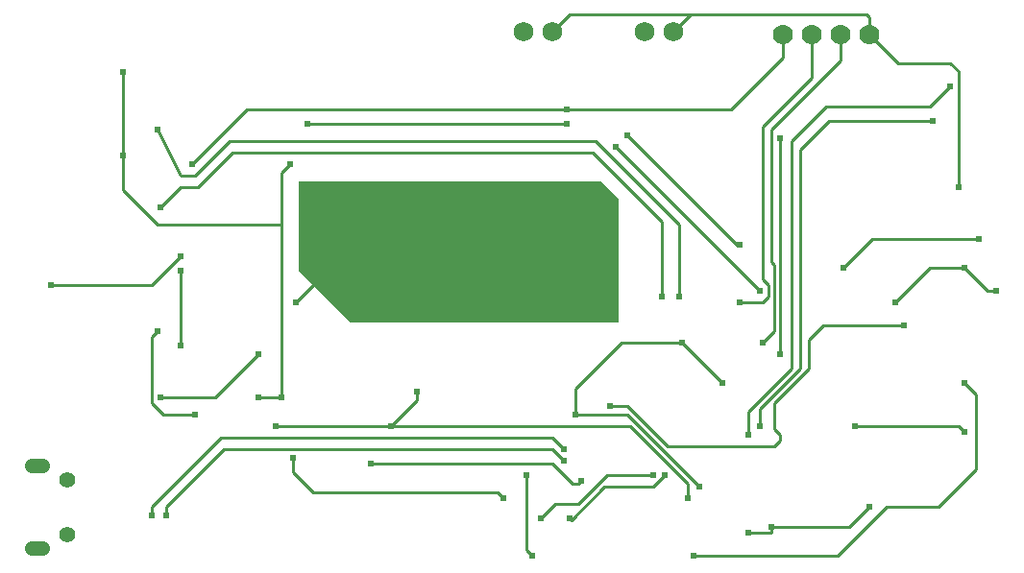
<source format=gbl>
G04 ---------------------------- Layer name :BOTTOM LAYER*
G04 EasyEDA v5.8.22, Fri, 11 Jan 2019 07:15:20 GMT*
G04 170914981c5c4845b78ce8edf15725af*
G04 Gerber Generator version 0.2*
G04 Scale: 100 percent, Rotated: No, Reflected: No *
G04 Dimensions in millimeters *
G04 leading zeros omitted , absolute positions ,3 integer and 3 decimal *
%FSLAX33Y33*%
%MOMM*%
G90*
G71D02*

%ADD10C,0.254000*%
%ADD16C,0.619760*%
%ADD17C,0.620014*%
%ADD62C,1.778000*%
%ADD63C,1.400048*%
%ADD64C,1.750060*%
%ADD65C,1.299997*%

%LPD*%
G54D10*
G01X24892Y24384D02*
G01X26670Y26162D01*
G01X25654Y27686D01*
G01X12954Y16002D02*
G01X17780Y16002D01*
G01X21590Y19812D01*
G01X23622Y16002D02*
G01X21590Y16002D01*
G01X9652Y44704D02*
G01X9652Y38100D01*
G01X9652Y44704D02*
G01X9652Y37338D01*
G01X23622Y31242D02*
G01X12700Y31242D01*
G01X9652Y34290D01*
G01X9652Y37338D01*
G01X48768Y41402D02*
G01X20574Y41402D01*
G01X15748Y36576D01*
G01X67564Y38862D02*
G01X67564Y19812D01*
G01X12192Y5588D02*
G01X12192Y6360D01*
G01X18290Y12446D01*
G01X33274Y12446D01*
G01X25908Y40132D02*
G01X48768Y40132D01*
G01X23622Y16002D02*
G01X23622Y35814D01*
G01X24384Y36576D01*
G01X64770Y4064D02*
G01X66802Y4064D01*
G01X66802Y4572D01*
G01X85090Y29972D02*
G01X75692Y29972D01*
G01X73152Y27432D01*
G01X65786Y25400D02*
G01X53086Y38100D01*
G01X64008Y29464D02*
G01X63754Y29464D01*
G01X54102Y39116D01*
G01X58674Y24892D02*
G01X58674Y31242D01*
G01X51308Y38608D01*
G01X19050Y38608D01*
G01X16002Y35560D01*
G01X14732Y35560D01*
G01X12700Y39624D01*
G01X57150Y24892D02*
G01X57150Y31496D01*
G01X51054Y37592D01*
G01X19304Y37592D01*
G01X16256Y34544D01*
G01X14732Y34544D01*
G01X12954Y32766D01*
G01X49530Y14478D02*
G01X52578Y14478D01*
G01X33274Y11430D02*
G01X18542Y11430D01*
G01X13462Y6350D01*
G01X13462Y5588D01*
G01X86614Y25400D02*
G01X85852Y25400D01*
G01X83820Y27432D01*
G01X83820Y27432D02*
G01X80772Y27432D01*
G01X77724Y24384D01*
G01X74168Y13462D02*
G01X81026Y13462D01*
G01X83312Y13462D01*
G01X83820Y12954D01*
G01X3302Y25908D02*
G01X12192Y25908D01*
G01X14732Y28448D01*
G01X14732Y27178D02*
G01X14732Y20574D01*
G01X16002Y14478D02*
G01X13208Y14478D01*
G01X12192Y15494D01*
G01X12192Y21336D01*
G01X12700Y21844D01*
G01X49530Y13462D02*
G01X54356Y13462D01*
G01X59436Y8382D01*
G01X59436Y7112D01*
G01X23114Y13462D02*
G01X33274Y13462D01*
G01X33274Y13462D02*
G01X49530Y13462D01*
G01X33274Y12446D02*
G01X47498Y12446D01*
G01X48514Y11430D01*
G01X33274Y11430D02*
G01X47498Y11430D01*
G01X48514Y10414D01*
G01X24638Y10668D02*
G01X24638Y9398D01*
G01X26416Y7620D01*
G01X42672Y7620D01*
G01X43180Y7112D01*
G01X31496Y10160D02*
G01X47498Y10160D01*
G01X49276Y8382D01*
G01X49784Y8382D01*
G01X50038Y8636D01*
G01X49530Y14478D02*
G01X54102Y14478D01*
G01X60452Y8128D01*
G01X64770Y12700D02*
G01X64770Y14732D01*
G01X68580Y18542D01*
G01X68580Y38608D01*
G01X71628Y41656D01*
G01X80772Y41656D01*
G01X82550Y43434D01*
G01X65786Y13462D02*
G01X65786Y14986D01*
G01X69342Y18542D01*
G01X69342Y37846D01*
G01X71882Y40386D01*
G01X81026Y40386D01*
G01X66802Y4572D02*
G01X73660Y4572D01*
G01X75438Y6350D01*
G01X78486Y22352D02*
G01X71374Y22352D01*
G01X70104Y21082D01*
G01X70104Y18542D01*
G01X67056Y15494D01*
G01X67056Y13208D01*
G01X67564Y12700D01*
G01X67564Y12192D01*
G01X67056Y11684D01*
G01X57658Y11684D01*
G01X54102Y15240D01*
G01X52578Y15240D01*
G01X56388Y9144D02*
G01X52324Y9144D01*
G01X49784Y6604D01*
G01X47752Y6604D01*
G01X46482Y5334D01*
G01X57404Y9144D02*
G01X56388Y8128D01*
G01X52070Y8128D01*
G01X49149Y5207D01*
G01X49022Y5334D01*
G01X45212Y9144D02*
G01X45212Y2540D01*
G01X45720Y2032D01*
G01X59944Y2032D02*
G01X72644Y2032D01*
G01X76962Y6350D01*
G01X81534Y6350D01*
G01X84836Y9652D01*
G01X84836Y16256D01*
G01X83820Y17272D01*
G01X49530Y14478D02*
G01X49530Y16764D01*
G01X53594Y20828D01*
G01X58928Y20828D01*
G01X35560Y16510D02*
G01X35560Y15748D01*
G01X33274Y13462D01*
G01X83312Y34544D02*
G01X83248Y44767D01*
G01X82550Y45466D01*
G01X77978Y45466D01*
G01X75438Y48006D01*
G01X48768Y41402D02*
G01X63246Y41402D01*
G01X67818Y45974D01*
G01X67818Y48006D01*
G01X75438Y48006D02*
G01X75438Y49530D01*
G01X75184Y49784D01*
G01X59690Y49784D01*
G01X58166Y48260D01*
G01X59690Y49784D02*
G01X49022Y49784D01*
G01X47498Y48260D01*
G01X72898Y48006D02*
G01X72898Y45720D01*
G01X66802Y39624D01*
G01X66802Y27940D01*
G01X67056Y27686D01*
G01X67056Y21844D01*
G01X66040Y20828D01*
G01X70358Y48006D02*
G01X70358Y44196D01*
G01X66040Y39878D01*
G01X66040Y26416D01*
G01X66548Y25908D01*
G01X66548Y24892D01*
G01X66040Y24384D01*
G01X64008Y24384D01*
G01X58928Y20828D02*
G01X62484Y17272D01*

%LPD*%
G36*
G01X25146Y35052D02*
G01X51816Y35052D01*
G01X53340Y33528D01*
G01X53340Y22606D01*
G01X29718Y22606D01*
G01X25146Y27178D01*
G01X25146Y35052D01*
G37*
G54D62*
G01X75438Y48006D03*
G01X72898Y48006D03*
G01X70358Y48006D03*
G01X67818Y48006D03*
G54D63*
G01X4742Y8760D03*
G01X4742Y3919D03*
G54D64*
G01X47498Y48260D03*
G01X44958Y48260D03*
G01X58166Y48260D03*
G01X55626Y48260D03*
G54D16*
G01X12954Y16002D03*
G01X21590Y19812D03*
G01X23622Y16002D03*
G01X21590Y16002D03*
G01X9652Y44704D03*
G01X9652Y37338D03*
G01X12954Y32766D03*
G01X12700Y39624D03*
G01X23114Y13462D03*
G01X48768Y41402D03*
G01X15748Y36576D03*
G01X53086Y38100D03*
G01X82550Y43434D03*
G01X81026Y40386D03*
G01X54102Y39116D03*
G01X67564Y38862D03*
G01X25654Y34290D03*
G01X36830Y30988D03*
G01X52578Y23368D03*
G01X29972Y23114D03*
G01X25654Y27686D03*
G01X51816Y34290D03*
G01X67564Y19812D03*
G01X64008Y29464D03*
G01X65786Y25400D03*
G01X13462Y5588D03*
G01X12192Y5588D03*
G01X59436Y7112D03*
G01X25908Y40132D03*
G54D17*
G01X48768Y40132D03*
G01X24384Y36576D03*
G01X64770Y12700D03*
G01X65786Y13462D03*
G01X64770Y4064D03*
G01X66802Y4572D03*
G54D16*
G01X85090Y29972D03*
G01X73152Y27432D03*
G01X58674Y24892D03*
G01X57150Y24892D03*
G01X58928Y20828D03*
G01X49530Y14478D03*
G01X24638Y10668D03*
G01X43180Y7112D03*
G01X86614Y25400D03*
G01X83820Y27432D03*
G01X77724Y24384D03*
G01X74168Y13462D03*
G01X83820Y12954D03*
G01X3302Y25908D03*
G01X14732Y28448D03*
G01X24892Y24384D03*
G01X14732Y27178D03*
G01X14732Y20574D03*
G01X16002Y14478D03*
G01X12700Y21844D03*
G01X48514Y11430D03*
G01X33274Y13462D03*
G01X48514Y10414D03*
G01X31496Y10160D03*
G01X50038Y8636D03*
G01X60452Y8128D03*
G01X75438Y6350D03*
G01X78486Y22352D03*
G01X52578Y15240D03*
G01X56388Y9144D03*
G01X46482Y5334D03*
G01X57404Y9144D03*
G01X49022Y5334D03*
G01X45212Y9144D03*
G01X45720Y2032D03*
G01X59944Y2032D03*
G01X83820Y17272D03*
G01X35560Y16510D03*
G01X83312Y34544D03*
G01X66040Y20828D03*
G01X64008Y24384D03*
G01X62484Y17272D03*
G54D65*
G01X2492Y2730D02*
G01X1592Y2730D01*
G01X2492Y9969D02*
G01X1592Y9969D01*
M00*
M02*

</source>
